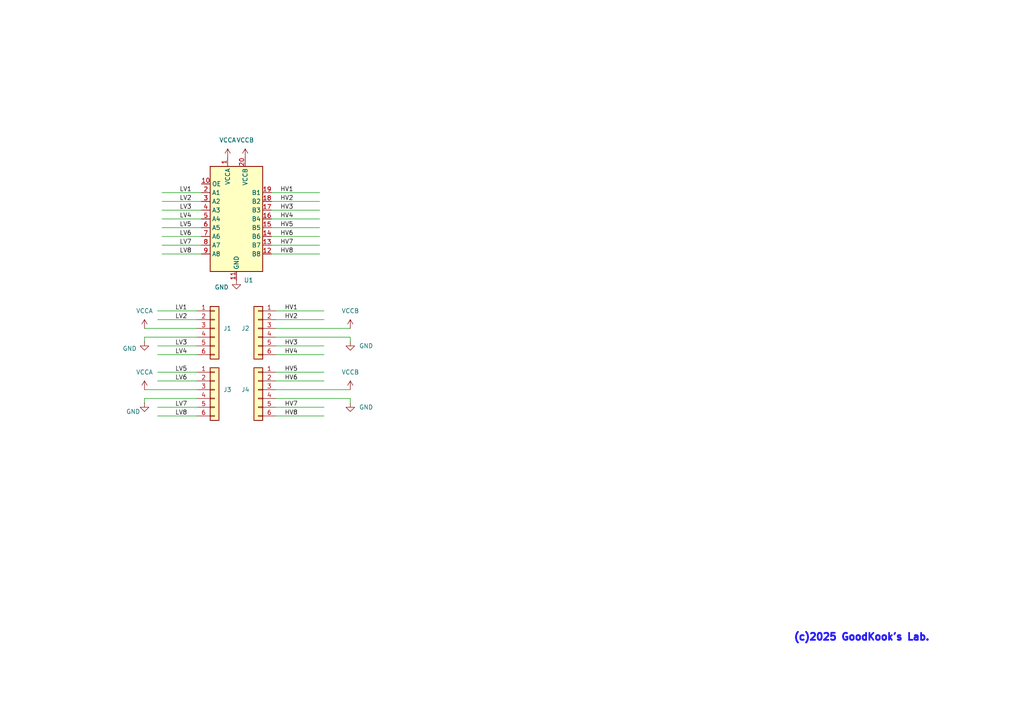
<source format=kicad_sch>
(kicad_sch (version 20250114) (generator "eeschema") (generator_version "9.0")
  (paper "A4")
  (lib_symbols
    (symbol "Connector_Generic:Conn_01x06" (pin_names (offset 1.016) (hide yes))
      (property "Reference" "J" (at 0 7.62 0))
      (property "Value" "Conn_01x06" (at 0 -10.16 0))
      (symbol "Conn_01x06_1_1"
        (rectangle (start -1.27 6.35) (end 1.27 -8.89) (stroke (width 0.254)) (fill (type background)))
        (rectangle (start -1.27 5.207) (end 0 4.953) (stroke (width 0.1524)))
        (rectangle (start -1.27 2.667) (end 0 2.413) (stroke (width 0.1524)))
        (rectangle (start -1.27 0.127) (end 0 -0.127) (stroke (width 0.1524)))
        (rectangle (start -1.27 -2.413) (end 0 -2.667) (stroke (width 0.1524)))
        (rectangle (start -1.27 -4.953) (end 0 -5.207) (stroke (width 0.1524)))
        (rectangle (start -1.27 -7.493) (end 0 -7.747) (stroke (width 0.1524)))
        (pin passive line (at -5.08 5.08 0) (length 3.81) (name "Pin_1") (number "1"))
        (pin passive line (at -5.08 2.54 0) (length 3.81) (name "Pin_2") (number "2"))
        (pin passive line (at -5.08 0 0) (length 3.81) (name "Pin_3") (number "3"))
        (pin passive line (at -5.08 -2.54 0) (length 3.81) (name "Pin_4") (number "4"))
        (pin passive line (at -5.08 -5.08 0) (length 3.81) (name "Pin_5") (number "5"))
        (pin passive line (at -5.08 -7.62 0) (length 3.81) (name "Pin_6") (number "6"))
      )
    )
    (symbol "Library:Level_Shifter_Module_HW-221"
      (property "Reference" "U" (at -6.35 16.51 0))
      (property "Value" "Level_Shifter_Module_HW-221" (at 3.81 16.51 0))
      (symbol "Level_Shifter_Module_HW-221_0_1"
        (rectangle (start -7.62 15.24) (end 7.62 -15.24) (stroke (width 0.254)) (fill (type background)))
      )
      (symbol "Level_Shifter_Module_HW-221_1_1"
        (pin input line (at -10.16 10.16 0) (length 2.54) (name "OE") (number "10"))
        (pin bidirectional line (at -10.16 7.62 0) (length 2.54) (name "A1") (number "2"))
        (pin bidirectional line (at -10.16 5.08 0) (length 2.54) (name "A2") (number "3"))
        (pin bidirectional line (at -10.16 2.54 0) (length 2.54) (name "A3") (number "4"))
        (pin bidirectional line (at -10.16 0 0) (length 2.54) (name "A4") (number "5"))
        (pin bidirectional line (at -10.16 -2.54 0) (length 2.54) (name "A5") (number "6"))
        (pin bidirectional line (at -10.16 -5.08 0) (length 2.54) (name "A6") (number "7"))
        (pin bidirectional line (at -10.16 -7.62 0) (length 2.54) (name "A7") (number "8"))
        (pin bidirectional line (at -10.16 -10.16 0) (length 2.54) (name "A8") (number "9"))
        (pin power_in line (at -2.54 17.78 270) (length 2.54) (name "VCCA") (number "1"))
        (pin power_in line (at 0 -17.78 90) (length 2.54) (name "GND") (number "11"))
        (pin power_in line (at 2.54 17.78 270) (length 2.54) (name "VCCB") (number "20"))
        (pin bidirectional line (at 10.16 7.62 180) (length 2.54) (name "B1") (number "19"))
        (pin bidirectional line (at 10.16 5.08 180) (length 2.54) (name "B2") (number "18"))
        (pin bidirectional line (at 10.16 2.54 180) (length 2.54) (name "B3") (number "17"))
        (pin bidirectional line (at 10.16 0 180) (length 2.54) (name "B4") (number "16"))
        (pin bidirectional line (at 10.16 -2.54 180) (length 2.54) (name "B5") (number "15"))
        (pin bidirectional line (at 10.16 -5.08 180) (length 2.54) (name "B6") (number "14"))
        (pin bidirectional line (at 10.16 -7.62 180) (length 2.54) (name "B7") (number "13"))
        (pin bidirectional line (at 10.16 -10.16 180) (length 2.54) (name "B8") (number "12"))
      )
    )
    (symbol "power:+5V" (power) (pin_numbers (hide yes)) (pin_names (offset 0) (hide yes))
      (property "Value" "+5V" (at 0 3.556 0))
      (symbol "+5V_0_1"
        (polyline (pts (xy -0.762 1.27) (xy 0 2.54)))
        (polyline (pts (xy 0 2.54) (xy 0.762 1.27)))
        (polyline (pts (xy 0 0) (xy 0 2.54)))
      )
      (symbol "+5V_1_1"
        (pin power_in line (at 0 0 90) (length 0) (name "~") (number "1"))
      )
    )
    (symbol "power:GND" (power) (pin_numbers (hide yes)) (pin_names (offset 0) (hide yes))
      (property "Value" "GND" (at 0 -3.81 0))
      (symbol "GND_0_1"
        (polyline (pts (xy 0 0) (xy 0 -1.27) (xy 1.27 -1.27) (xy 0 -2.54) (xy -1.27 -1.27) (xy 0 -1.27)))
      )
      (symbol "GND_1_1"
        (pin power_in line (at 0 0 270) (length 0) (name "~") (number "1"))
      )
    )
  )
  (text "(c)2025 GoodKook's Lab." (at 249.936 184.912 0) (effects (font (size 2.032 2.032) (thickness 0.762) (bold yes))))
  (wire (pts (xy 46.99 68.58) (xy 58.42 68.58)))
  (wire (pts (xy 80.01 97.79) (xy 101.6 97.79)))
  (wire (pts (xy 41.91 113.03) (xy 57.15 113.03)))
  (wire (pts (xy 78.74 55.88) (xy 92.71 55.88)))
  (wire (pts (xy 78.74 68.58) (xy 92.71 68.58)))
  (wire (pts (xy 45.72 92.71) (xy 57.15 92.71)))
  (wire (pts (xy 78.74 73.66) (xy 92.71 73.66)))
  (wire (pts (xy 80.01 107.95) (xy 93.98 107.95)))
  (wire (pts (xy 80.01 113.03) (xy 101.6 113.03)))
  (wire (pts (xy 41.91 115.57) (xy 57.15 115.57)))
  (wire (pts (xy 78.74 60.96) (xy 92.71 60.96)))
  (wire (pts (xy 80.01 120.65) (xy 93.98 120.65)))
  (wire (pts (xy 45.72 102.87) (xy 57.15 102.87)))
  (wire (pts (xy 78.74 58.42) (xy 92.71 58.42)))
  (wire (pts (xy 45.72 107.95) (xy 57.15 107.95)))
  (wire (pts (xy 80.01 102.87) (xy 93.98 102.87)))
  (wire (pts (xy 80.01 100.33) (xy 93.98 100.33)))
  (wire (pts (xy 80.01 115.57) (xy 101.6 115.57)))
  (wire (pts (xy 46.99 60.96) (xy 58.42 60.96)))
  (wire (pts (xy 78.74 66.04) (xy 92.71 66.04)))
  (wire (pts (xy 41.91 115.57) (xy 41.91 116.84)))
  (wire (pts (xy 45.72 100.33) (xy 57.15 100.33)))
  (wire (pts (xy 45.72 120.65) (xy 57.15 120.65)))
  (wire (pts (xy 46.99 58.42) (xy 58.42 58.42)))
  (wire (pts (xy 80.01 95.25) (xy 101.6 95.25)))
  (wire (pts (xy 41.91 97.79) (xy 57.15 97.79)))
  (wire (pts (xy 78.74 63.5) (xy 92.71 63.5)))
  (wire (pts (xy 101.6 97.79) (xy 101.6 99.06)))
  (wire (pts (xy 46.99 55.88) (xy 58.42 55.88)))
  (wire (pts (xy 46.99 66.04) (xy 58.42 66.04)))
  (wire (pts (xy 80.01 118.11) (xy 93.98 118.11)))
  (wire (pts (xy 46.99 71.12) (xy 58.42 71.12)))
  (wire (pts (xy 80.01 92.71) (xy 93.98 92.71)))
  (wire (pts (xy 78.74 71.12) (xy 92.71 71.12)))
  (wire (pts (xy 41.91 97.79) (xy 41.91 99.06)))
  (wire (pts (xy 101.6 115.57) (xy 101.6 116.84)))
  (wire (pts (xy 45.72 110.49) (xy 57.15 110.49)))
  (wire (pts (xy 46.99 73.66) (xy 58.42 73.66)))
  (wire (pts (xy 45.72 118.11) (xy 57.15 118.11)))
  (wire (pts (xy 80.01 110.49) (xy 93.98 110.49)))
  (wire (pts (xy 45.72 90.17) (xy 57.15 90.17)))
  (wire (pts (xy 80.01 90.17) (xy 93.98 90.17)))
  (wire (pts (xy 41.91 95.25) (xy 57.15 95.25)))
  (wire (pts (xy 46.99 63.5) (xy 58.42 63.5)))
  (label "HV2" (at 81.28 58.42 0))
  (label "HV8" (at 81.28 73.66 0))
  (label "HV7" (at 81.28 71.12 0))
  (label "LV8" (at 50.8 120.65 0))
  (label "LV3" (at 52.07 60.96 0))
  (label "HV7" (at 82.55 118.11 0))
  (label "LV6" (at 52.07 68.58 0))
  (label "HV4" (at 82.55 102.87 0))
  (label "HV5" (at 82.55 107.95 0))
  (label "LV1" (at 52.07 55.88 0))
  (label "LV4" (at 52.07 63.5 0))
  (label "LV3" (at 50.8 100.33 0))
  (label "LV4" (at 50.8 102.87 0))
  (label "HV2" (at 82.55 92.71 0))
  (label "HV1" (at 81.28 55.88 0))
  (label "HV3" (at 82.55 100.33 0))
  (label "HV6" (at 82.55 110.49 0))
  (label "HV1" (at 82.55 90.17 0))
  (label "LV7" (at 52.07 71.12 0))
  (label "LV5" (at 50.8 107.95 0))
  (label "LV2" (at 52.07 58.42 0))
  (label "HV6" (at 81.28 68.58 0))
  (label "HV3" (at 81.28 60.96 0))
  (label "LV7" (at 50.8 118.11 0))
  (label "LV5" (at 52.07 66.04 0))
  (label "LV2" (at 50.8 92.71 0))
  (label "HV8" (at 82.55 120.65 0))
  (label "LV6" (at 50.8 110.49 0))
  (label "HV4" (at 81.28 63.5 0))
  (label "LV1" (at 50.8 90.17 0))
  (label "LV8" (at 52.07 73.66 0))
  (label "HV5" (at 81.28 66.04 0))
  (symbol (lib_id "power:GND") (at 101.6 99.06 0) (mirror y) (unit 1)
    (property "Reference" "#PWR019" (effects (hide yes)))
    (property "Value" "GND" (at 104.14 100.3299 0) (effects (justify right)))
    (property "Description" "Power symbol creates a global label with name \"GND\" , ground" (effects (hide yes)))
  )
  (symbol (lib_id "power:+5V") (at 41.91 95.25 0) (unit 1)
    (property "Reference" "#PWR02" (effects (hide yes)))
    (property "Value" "VCCA" (at 41.91 90.17 0))
    (property "Description" "Power symbol creates a global label with name \"+5V\"" (effects (hide yes)))
  )
  (symbol (lib_id "Connector_Generic:Conn_01x06") (at 62.23 95.25 0) (unit 1)
    (property "Reference" "J1" (at 64.77 95.2499 0) (effects (justify left)))
    (property "Value" "Conn_01x06" (effects (hide yes)))
    (property "Footprint" "Connector_PinHeader_2.54mm:PinHeader_1x06_P2.54mm_Vertical" (effects (hide yes)))
    (property "Description" "Generic connector, single row, 01x06, script generated (kicad-library-utils/schlib/autogen/connector/)" (effects (hide yes)))
  )
  (symbol (lib_id "power:+5V") (at 41.91 113.03 0) (unit 1)
    (property "Reference" "#PWR04" (effects (hide yes)))
    (property "Value" "VCCA" (at 41.91 107.95 0))
    (property "Description" "Power symbol creates a global label with name \"+5V\"" (effects (hide yes)))
  )
  (symbol (lib_id "power:+5V") (at 66.04 45.72 0) (unit 1)
    (property "Reference" "#PWR013" (effects (hide yes)))
    (property "Value" "VCCA" (at 66.04 40.64 0))
    (property "Description" "Power symbol creates a global label with name \"+5V\"" (effects (hide yes)))
  )
  (symbol (lib_id "power:GND") (at 41.91 116.84 0) (mirror y) (unit 1)
    (property "Reference" "#PWR05" (effects (hide yes)))
    (property "Value" "GND" (at 36.576 119.38 0) (effects (justify right)))
    (property "Description" "Power symbol creates a global label with name \"GND\" , ground" (effects (hide yes)))
  )
  (symbol (lib_id "power:GND") (at 68.58 81.28 0) (mirror y) (unit 1)
    (property "Reference" "#PWR014" (effects (hide yes)))
    (property "Value" "GND" (at 62.23 83.312 0) (effects (justify right)))
    (property "Description" "Power symbol creates a global label with name \"GND\" , ground" (effects (hide yes)))
  )
  (symbol (lib_id "power:+5V") (at 101.6 113.03 0) (unit 1)
    (property "Reference" "#PWR06" (effects (hide yes)))
    (property "Value" "VCCB" (at 101.6 107.95 0))
    (property "Description" "Power symbol creates a global label with name \"+5V\"" (effects (hide yes)))
  )
  (symbol (lib_id "Connector_Generic:Conn_01x06") (at 74.93 95.25 0) (mirror y) (unit 1)
    (property "Reference" "J2" (at 72.39 95.2499 0) (effects (justify left)))
    (property "Value" "Conn_01x06" (effects (hide yes)))
    (property "Footprint" "Connector_PinHeader_2.54mm:PinHeader_1x06_P2.54mm_Vertical" (effects (hide yes)))
    (property "Description" "Generic connector, single row, 01x06, script generated (kicad-library-utils/schlib/autogen/connector/)" (effects (hide yes)))
  )
  (symbol (lib_id "power:GND") (at 41.91 99.06 0) (mirror y) (unit 1)
    (property "Reference" "#PWR03" (effects (hide yes)))
    (property "Value" "GND" (at 35.56 101.092 0) (effects (justify right)))
    (property "Description" "Power symbol creates a global label with name \"GND\" , ground" (effects (hide yes)))
  )
  (symbol (lib_id "power:+5V") (at 101.6 95.25 0) (unit 1)
    (property "Reference" "#PWR01" (effects (hide yes)))
    (property "Value" "VCCB" (at 101.6 90.17 0))
    (property "Description" "Power symbol creates a global label with name \"+5V\"" (effects (hide yes)))
  )
  (symbol (lib_id "Connector_Generic:Conn_01x06") (at 62.23 113.03 0) (unit 1)
    (property "Reference" "J3" (at 64.77 113.0299 0) (effects (justify left)))
    (property "Value" "Conn_01x06" (effects (hide yes)))
    (property "Footprint" "Connector_PinHeader_2.54mm:PinHeader_1x06_P2.54mm_Vertical" (effects (hide yes)))
    (property "Description" "Generic connector, single row, 01x06, script generated (kicad-library-utils/schlib/autogen/connector/)" (effects (hide yes)))
  )
  (symbol (lib_id "power:GND") (at 101.6 116.84 0) (mirror y) (unit 1)
    (property "Reference" "#PWR07" (effects (hide yes)))
    (property "Value" "GND" (at 104.14 118.1099 0) (effects (justify right)))
    (property "Description" "Power symbol creates a global label with name \"GND\" , ground" (effects (hide yes)))
  )
  (symbol (lib_id "power:+5V") (at 71.12 45.72 0) (unit 1)
    (property "Reference" "#PWR012" (effects (hide yes)))
    (property "Value" "VCCB" (at 71.12 40.64 0))
    (property "Description" "Power symbol creates a global label with name \"+5V\"" (effects (hide yes)))
  )
  (symbol (lib_id "Library:Level_Shifter_Module_HW-221") (at 68.58 63.5 0) (unit 1)
    (property "Reference" "U1" (at 70.7233 81.28 0) (effects (justify left)))
    (property "Value" "Level_Shifter_Module_HW-221" (effects (hide yes)))
    (property "Footprint" "Library:Level_Shifter_Module_HW-221" (effects (hide yes)))
    (property "Datasheet" "www.ti.com/lit/ds/symlink/txs0108e.pdf" (effects (hide yes)))
    (property "Description" "Bidirectional  level-shifting voltage translator, TSSOP-20" (effects (hide yes)))
  )
  (symbol (lib_id "Connector_Generic:Conn_01x06") (at 74.93 113.03 0) (mirror y) (unit 1)
    (property "Reference" "J4" (at 72.39 113.0299 0) (effects (justify left)))
    (property "Value" "Conn_01x06" (effects (hide yes)))
    (property "Footprint" "Connector_PinHeader_2.54mm:PinHeader_1x06_P2.54mm_Vertical" (effects (hide yes)))
    (property "Description" "Generic connector, single row, 01x06, script generated (kicad-library-utils/schlib/autogen/connector/)" (effects (hide yes)))
  )
)
</source>
